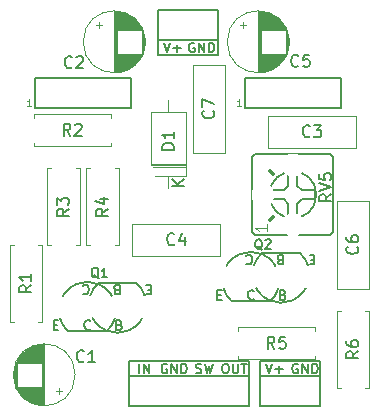
<source format=gbr>
%TF.GenerationSoftware,KiCad,Pcbnew,6.0.0+dfsg1-2*%
%TF.CreationDate,2022-01-11T20:57:40+02:00*%
%TF.ProjectId,cara-de-pelusa,63617261-2d64-4652-9d70-656c7573612e,rev?*%
%TF.SameCoordinates,Original*%
%TF.FileFunction,Legend,Top*%
%TF.FilePolarity,Positive*%
%FSLAX46Y46*%
G04 Gerber Fmt 4.6, Leading zero omitted, Abs format (unit mm)*
G04 Created by KiCad (PCBNEW 6.0.0+dfsg1-2) date 2022-01-11 20:57:40*
%MOMM*%
%LPD*%
G01*
G04 APERTURE LIST*
%ADD10C,0.150000*%
%ADD11C,0.081280*%
%ADD12C,0.100000*%
%ADD13C,0.127000*%
%ADD14C,0.120000*%
%ADD15C,0.152400*%
%ADD16C,0.304800*%
%ADD17R,1.930400X1.930400*%
%ADD18O,1.930400X1.930400*%
%ADD19R,1.600000X1.600000*%
%ADD20C,1.600000*%
%ADD21O,1.600000X1.600000*%
%ADD22O,2.250000X2.250000*%
%ADD23R,2.200000X2.200000*%
%ADD24O,2.200000X2.200000*%
%ADD25R,1.800000X1.800000*%
%ADD26C,1.800000*%
G04 APERTURE END LIST*
D10*
%TO.C,J3*%
X97917095Y-71189904D02*
X98183761Y-71989904D01*
X98450428Y-71189904D01*
X98717095Y-71685142D02*
X99326619Y-71685142D01*
X99021857Y-71989904D02*
X99021857Y-71380380D01*
X100482476Y-71228000D02*
X100406285Y-71189904D01*
X100292000Y-71189904D01*
X100177714Y-71228000D01*
X100101523Y-71304190D01*
X100063428Y-71380380D01*
X100025333Y-71532761D01*
X100025333Y-71647047D01*
X100063428Y-71799428D01*
X100101523Y-71875619D01*
X100177714Y-71951809D01*
X100292000Y-71989904D01*
X100368190Y-71989904D01*
X100482476Y-71951809D01*
X100520571Y-71913714D01*
X100520571Y-71647047D01*
X100368190Y-71647047D01*
X100863428Y-71989904D02*
X100863428Y-71189904D01*
X101320571Y-71989904D01*
X101320571Y-71189904D01*
X101701523Y-71989904D02*
X101701523Y-71189904D01*
X101892000Y-71189904D01*
X102006285Y-71228000D01*
X102082476Y-71304190D01*
X102120571Y-71380380D01*
X102158666Y-71532761D01*
X102158666Y-71647047D01*
X102120571Y-71799428D01*
X102082476Y-71875619D01*
X102006285Y-71951809D01*
X101892000Y-71989904D01*
X101701523Y-71989904D01*
%TO.C,C5*%
X109307333Y-73128142D02*
X109259714Y-73175761D01*
X109116857Y-73223380D01*
X109021619Y-73223380D01*
X108878761Y-73175761D01*
X108783523Y-73080523D01*
X108735904Y-72985285D01*
X108688285Y-72794809D01*
X108688285Y-72651952D01*
X108735904Y-72461476D01*
X108783523Y-72366238D01*
X108878761Y-72271000D01*
X109021619Y-72223380D01*
X109116857Y-72223380D01*
X109259714Y-72271000D01*
X109307333Y-72318619D01*
X110212095Y-72223380D02*
X109735904Y-72223380D01*
X109688285Y-72699571D01*
X109735904Y-72651952D01*
X109831142Y-72604333D01*
X110069238Y-72604333D01*
X110164476Y-72651952D01*
X110212095Y-72699571D01*
X110259714Y-72794809D01*
X110259714Y-73032904D01*
X110212095Y-73128142D01*
X110164476Y-73175761D01*
X110069238Y-73223380D01*
X109831142Y-73223380D01*
X109735904Y-73175761D01*
X109688285Y-73128142D01*
%TO.C,R2*%
X90003333Y-79065380D02*
X89670000Y-78589190D01*
X89431904Y-79065380D02*
X89431904Y-78065380D01*
X89812857Y-78065380D01*
X89908095Y-78113000D01*
X89955714Y-78160619D01*
X90003333Y-78255857D01*
X90003333Y-78398714D01*
X89955714Y-78493952D01*
X89908095Y-78541571D01*
X89812857Y-78589190D01*
X89431904Y-78589190D01*
X90384285Y-78160619D02*
X90431904Y-78113000D01*
X90527142Y-78065380D01*
X90765238Y-78065380D01*
X90860476Y-78113000D01*
X90908095Y-78160619D01*
X90955714Y-78255857D01*
X90955714Y-78351095D01*
X90908095Y-78493952D01*
X90336666Y-79065380D01*
X90955714Y-79065380D01*
%TO.C,R6*%
X114371380Y-97321666D02*
X113895190Y-97655000D01*
X114371380Y-97893095D02*
X113371380Y-97893095D01*
X113371380Y-97512142D01*
X113419000Y-97416904D01*
X113466619Y-97369285D01*
X113561857Y-97321666D01*
X113704714Y-97321666D01*
X113799952Y-97369285D01*
X113847571Y-97416904D01*
X113895190Y-97512142D01*
X113895190Y-97893095D01*
X113371380Y-96464523D02*
X113371380Y-96655000D01*
X113419000Y-96750238D01*
X113466619Y-96797857D01*
X113609476Y-96893095D01*
X113799952Y-96940714D01*
X114180904Y-96940714D01*
X114276142Y-96893095D01*
X114323761Y-96845476D01*
X114371380Y-96750238D01*
X114371380Y-96559761D01*
X114323761Y-96464523D01*
X114276142Y-96416904D01*
X114180904Y-96369285D01*
X113942809Y-96369285D01*
X113847571Y-96416904D01*
X113799952Y-96464523D01*
X113752333Y-96559761D01*
X113752333Y-96750238D01*
X113799952Y-96845476D01*
X113847571Y-96893095D01*
X113942809Y-96940714D01*
%TO.C,R1*%
X86685380Y-91733666D02*
X86209190Y-92067000D01*
X86685380Y-92305095D02*
X85685380Y-92305095D01*
X85685380Y-91924142D01*
X85733000Y-91828904D01*
X85780619Y-91781285D01*
X85875857Y-91733666D01*
X86018714Y-91733666D01*
X86113952Y-91781285D01*
X86161571Y-91828904D01*
X86209190Y-91924142D01*
X86209190Y-92305095D01*
X86685380Y-90781285D02*
X86685380Y-91352714D01*
X86685380Y-91067000D02*
X85685380Y-91067000D01*
X85828238Y-91162238D01*
X85923476Y-91257476D01*
X85971095Y-91352714D01*
%TO.C,R4*%
X93162380Y-85256666D02*
X92686190Y-85590000D01*
X93162380Y-85828095D02*
X92162380Y-85828095D01*
X92162380Y-85447142D01*
X92210000Y-85351904D01*
X92257619Y-85304285D01*
X92352857Y-85256666D01*
X92495714Y-85256666D01*
X92590952Y-85304285D01*
X92638571Y-85351904D01*
X92686190Y-85447142D01*
X92686190Y-85828095D01*
X92495714Y-84399523D02*
X93162380Y-84399523D01*
X92114761Y-84637619D02*
X92829047Y-84875714D01*
X92829047Y-84256666D01*
%TO.C,C6*%
X114276142Y-88471666D02*
X114323761Y-88519285D01*
X114371380Y-88662142D01*
X114371380Y-88757380D01*
X114323761Y-88900238D01*
X114228523Y-88995476D01*
X114133285Y-89043095D01*
X113942809Y-89090714D01*
X113799952Y-89090714D01*
X113609476Y-89043095D01*
X113514238Y-88995476D01*
X113419000Y-88900238D01*
X113371380Y-88757380D01*
X113371380Y-88662142D01*
X113419000Y-88519285D01*
X113466619Y-88471666D01*
X113371380Y-87614523D02*
X113371380Y-87805000D01*
X113419000Y-87900238D01*
X113466619Y-87947857D01*
X113609476Y-88043095D01*
X113799952Y-88090714D01*
X114180904Y-88090714D01*
X114276142Y-88043095D01*
X114323761Y-87995476D01*
X114371380Y-87900238D01*
X114371380Y-87709761D01*
X114323761Y-87614523D01*
X114276142Y-87566904D01*
X114180904Y-87519285D01*
X113942809Y-87519285D01*
X113847571Y-87566904D01*
X113799952Y-87614523D01*
X113752333Y-87709761D01*
X113752333Y-87900238D01*
X113799952Y-87995476D01*
X113847571Y-88043095D01*
X113942809Y-88090714D01*
%TO.C,RV5*%
X112085380Y-84034238D02*
X111609190Y-84367571D01*
X112085380Y-84605666D02*
X111085380Y-84605666D01*
X111085380Y-84224714D01*
X111133000Y-84129476D01*
X111180619Y-84081857D01*
X111275857Y-84034238D01*
X111418714Y-84034238D01*
X111513952Y-84081857D01*
X111561571Y-84129476D01*
X111609190Y-84224714D01*
X111609190Y-84605666D01*
X111085380Y-83748523D02*
X112085380Y-83415190D01*
X111085380Y-83081857D01*
X111085380Y-82272333D02*
X111085380Y-82748523D01*
X111561571Y-82796142D01*
X111513952Y-82748523D01*
X111466333Y-82653285D01*
X111466333Y-82415190D01*
X111513952Y-82319952D01*
X111561571Y-82272333D01*
X111656809Y-82224714D01*
X111894904Y-82224714D01*
X111990142Y-82272333D01*
X112037761Y-82319952D01*
X112085380Y-82415190D01*
X112085380Y-82653285D01*
X112037761Y-82748523D01*
X111990142Y-82796142D01*
D11*
X106634038Y-86587777D02*
X106634038Y-87139320D01*
X106634038Y-86863548D02*
X105668838Y-86863548D01*
X105806723Y-86955472D01*
X105898647Y-87047396D01*
X105944609Y-87139320D01*
D12*
%TO.C,RV1*%
X86688714Y-76552428D02*
X86345857Y-76552428D01*
X86517285Y-76552428D02*
X86517285Y-75952428D01*
X86460142Y-76038142D01*
X86403000Y-76095285D01*
X86345857Y-76123857D01*
D10*
%TO.C,R3*%
X89860380Y-85256666D02*
X89384190Y-85590000D01*
X89860380Y-85828095D02*
X88860380Y-85828095D01*
X88860380Y-85447142D01*
X88908000Y-85351904D01*
X88955619Y-85304285D01*
X89050857Y-85256666D01*
X89193714Y-85256666D01*
X89288952Y-85304285D01*
X89336571Y-85351904D01*
X89384190Y-85447142D01*
X89384190Y-85828095D01*
X88860380Y-84923333D02*
X88860380Y-84304285D01*
X89241333Y-84637619D01*
X89241333Y-84494761D01*
X89288952Y-84399523D01*
X89336571Y-84351904D01*
X89431809Y-84304285D01*
X89669904Y-84304285D01*
X89765142Y-84351904D01*
X89812761Y-84399523D01*
X89860380Y-84494761D01*
X89860380Y-84780476D01*
X89812761Y-84875714D01*
X89765142Y-84923333D01*
%TO.C,C7*%
X102084142Y-76961666D02*
X102131761Y-77009285D01*
X102179380Y-77152142D01*
X102179380Y-77247380D01*
X102131761Y-77390238D01*
X102036523Y-77485476D01*
X101941285Y-77533095D01*
X101750809Y-77580714D01*
X101607952Y-77580714D01*
X101417476Y-77533095D01*
X101322238Y-77485476D01*
X101227000Y-77390238D01*
X101179380Y-77247380D01*
X101179380Y-77152142D01*
X101227000Y-77009285D01*
X101274619Y-76961666D01*
X101179380Y-76628333D02*
X101179380Y-75961666D01*
X102179380Y-76390238D01*
%TO.C,D1*%
X98750380Y-80240095D02*
X97750380Y-80240095D01*
X97750380Y-80002000D01*
X97798000Y-79859142D01*
X97893238Y-79763904D01*
X97988476Y-79716285D01*
X98178952Y-79668666D01*
X98321809Y-79668666D01*
X98512285Y-79716285D01*
X98607523Y-79763904D01*
X98702761Y-79859142D01*
X98750380Y-80002000D01*
X98750380Y-80240095D01*
X98750380Y-78716285D02*
X98750380Y-79287714D01*
X98750380Y-79002000D02*
X97750380Y-79002000D01*
X97893238Y-79097238D01*
X97988476Y-79192476D01*
X98036095Y-79287714D01*
X99639380Y-83319904D02*
X98639380Y-83319904D01*
X99639380Y-82748476D02*
X99067952Y-83177047D01*
X98639380Y-82748476D02*
X99210809Y-83319904D01*
%TO.C,Q2*%
X106231309Y-88722095D02*
X106155119Y-88684000D01*
X106078928Y-88607809D01*
X105964642Y-88493523D01*
X105888452Y-88455428D01*
X105812261Y-88455428D01*
X105850357Y-88645904D02*
X105774166Y-88607809D01*
X105697976Y-88531619D01*
X105659880Y-88379238D01*
X105659880Y-88112571D01*
X105697976Y-87960190D01*
X105774166Y-87884000D01*
X105850357Y-87845904D01*
X106002738Y-87845904D01*
X106078928Y-87884000D01*
X106155119Y-87960190D01*
X106193214Y-88112571D01*
X106193214Y-88379238D01*
X106155119Y-88531619D01*
X106078928Y-88607809D01*
X106002738Y-88645904D01*
X105850357Y-88645904D01*
X106497976Y-87922095D02*
X106536071Y-87884000D01*
X106612261Y-87845904D01*
X106802738Y-87845904D01*
X106878928Y-87884000D01*
X106917023Y-87922095D01*
X106955119Y-87998285D01*
X106955119Y-88074476D01*
X106917023Y-88188761D01*
X106459880Y-88645904D01*
X106955119Y-88645904D01*
X102444571Y-92525857D02*
X102711238Y-92525857D01*
X102825523Y-92944904D02*
X102444571Y-92944904D01*
X102444571Y-92144904D01*
X102825523Y-92144904D01*
X110661428Y-89592142D02*
X110394761Y-89592142D01*
X110280476Y-89173095D02*
X110661428Y-89173095D01*
X110661428Y-89973095D01*
X110280476Y-89973095D01*
X108007142Y-92525857D02*
X108121428Y-92563952D01*
X108159523Y-92602047D01*
X108197619Y-92678238D01*
X108197619Y-92792523D01*
X108159523Y-92868714D01*
X108121428Y-92906809D01*
X108045238Y-92944904D01*
X107740476Y-92944904D01*
X107740476Y-92144904D01*
X108007142Y-92144904D01*
X108083333Y-92183000D01*
X108121428Y-92221095D01*
X108159523Y-92297285D01*
X108159523Y-92373476D01*
X108121428Y-92449666D01*
X108083333Y-92487761D01*
X108007142Y-92525857D01*
X107740476Y-92525857D01*
X104908380Y-89249285D02*
X104946476Y-89211190D01*
X105060761Y-89173095D01*
X105136952Y-89173095D01*
X105251238Y-89211190D01*
X105327428Y-89287380D01*
X105365523Y-89363571D01*
X105403619Y-89515952D01*
X105403619Y-89630238D01*
X105365523Y-89782619D01*
X105327428Y-89858809D01*
X105251238Y-89935000D01*
X105136952Y-89973095D01*
X105060761Y-89973095D01*
X104946476Y-89935000D01*
X104908380Y-89896904D01*
X107765857Y-89592142D02*
X107651571Y-89554047D01*
X107613476Y-89515952D01*
X107575380Y-89439761D01*
X107575380Y-89325476D01*
X107613476Y-89249285D01*
X107651571Y-89211190D01*
X107727761Y-89173095D01*
X108032523Y-89173095D01*
X108032523Y-89973095D01*
X107765857Y-89973095D01*
X107689666Y-89935000D01*
X107651571Y-89896904D01*
X107613476Y-89820714D01*
X107613476Y-89744523D01*
X107651571Y-89668333D01*
X107689666Y-89630238D01*
X107765857Y-89592142D01*
X108032523Y-89592142D01*
X105530619Y-92868714D02*
X105492523Y-92906809D01*
X105378238Y-92944904D01*
X105302047Y-92944904D01*
X105187761Y-92906809D01*
X105111571Y-92830619D01*
X105073476Y-92754428D01*
X105035380Y-92602047D01*
X105035380Y-92487761D01*
X105073476Y-92335380D01*
X105111571Y-92259190D01*
X105187761Y-92183000D01*
X105302047Y-92144904D01*
X105378238Y-92144904D01*
X105492523Y-92183000D01*
X105530619Y-92221095D01*
%TO.C,C1*%
X91146333Y-98147142D02*
X91098714Y-98194761D01*
X90955857Y-98242380D01*
X90860619Y-98242380D01*
X90717761Y-98194761D01*
X90622523Y-98099523D01*
X90574904Y-98004285D01*
X90527285Y-97813809D01*
X90527285Y-97670952D01*
X90574904Y-97480476D01*
X90622523Y-97385238D01*
X90717761Y-97290000D01*
X90860619Y-97242380D01*
X90955857Y-97242380D01*
X91098714Y-97290000D01*
X91146333Y-97337619D01*
X92098714Y-98242380D02*
X91527285Y-98242380D01*
X91813000Y-98242380D02*
X91813000Y-97242380D01*
X91717761Y-97385238D01*
X91622523Y-97480476D01*
X91527285Y-97528095D01*
%TO.C,J2*%
X103062500Y-98367904D02*
X103214880Y-98367904D01*
X103291071Y-98406000D01*
X103367261Y-98482190D01*
X103405357Y-98634571D01*
X103405357Y-98901238D01*
X103367261Y-99053619D01*
X103291071Y-99129809D01*
X103214880Y-99167904D01*
X103062500Y-99167904D01*
X102986309Y-99129809D01*
X102910119Y-99053619D01*
X102872023Y-98901238D01*
X102872023Y-98634571D01*
X102910119Y-98482190D01*
X102986309Y-98406000D01*
X103062500Y-98367904D01*
X103748214Y-98367904D02*
X103748214Y-99015523D01*
X103786309Y-99091714D01*
X103824404Y-99129809D01*
X103900595Y-99167904D01*
X104052976Y-99167904D01*
X104129166Y-99129809D01*
X104167261Y-99091714D01*
X104205357Y-99015523D01*
X104205357Y-98367904D01*
X104472023Y-98367904D02*
X104929166Y-98367904D01*
X104700595Y-99167904D02*
X104700595Y-98367904D01*
X100636785Y-99129809D02*
X100751071Y-99167904D01*
X100941547Y-99167904D01*
X101017738Y-99129809D01*
X101055833Y-99091714D01*
X101093928Y-99015523D01*
X101093928Y-98939333D01*
X101055833Y-98863142D01*
X101017738Y-98825047D01*
X100941547Y-98786952D01*
X100789166Y-98748857D01*
X100712976Y-98710761D01*
X100674880Y-98672666D01*
X100636785Y-98596476D01*
X100636785Y-98520285D01*
X100674880Y-98444095D01*
X100712976Y-98406000D01*
X100789166Y-98367904D01*
X100979642Y-98367904D01*
X101093928Y-98406000D01*
X101360595Y-98367904D02*
X101551071Y-99167904D01*
X101703452Y-98596476D01*
X101855833Y-99167904D01*
X102046309Y-98367904D01*
X95823452Y-99167904D02*
X95823452Y-98367904D01*
X96204404Y-99167904D02*
X96204404Y-98367904D01*
X96661547Y-99167904D01*
X96661547Y-98367904D01*
X98172976Y-98406000D02*
X98096785Y-98367904D01*
X97982500Y-98367904D01*
X97868214Y-98406000D01*
X97792023Y-98482190D01*
X97753928Y-98558380D01*
X97715833Y-98710761D01*
X97715833Y-98825047D01*
X97753928Y-98977428D01*
X97792023Y-99053619D01*
X97868214Y-99129809D01*
X97982500Y-99167904D01*
X98058690Y-99167904D01*
X98172976Y-99129809D01*
X98211071Y-99091714D01*
X98211071Y-98825047D01*
X98058690Y-98825047D01*
X98553928Y-99167904D02*
X98553928Y-98367904D01*
X99011071Y-99167904D01*
X99011071Y-98367904D01*
X99392023Y-99167904D02*
X99392023Y-98367904D01*
X99582500Y-98367904D01*
X99696785Y-98406000D01*
X99772976Y-98482190D01*
X99811071Y-98558380D01*
X99849166Y-98710761D01*
X99849166Y-98825047D01*
X99811071Y-98977428D01*
X99772976Y-99053619D01*
X99696785Y-99129809D01*
X99582500Y-99167904D01*
X99392023Y-99167904D01*
%TO.C,C3*%
X110283333Y-79097142D02*
X110235714Y-79144761D01*
X110092857Y-79192380D01*
X109997619Y-79192380D01*
X109854761Y-79144761D01*
X109759523Y-79049523D01*
X109711904Y-78954285D01*
X109664285Y-78763809D01*
X109664285Y-78620952D01*
X109711904Y-78430476D01*
X109759523Y-78335238D01*
X109854761Y-78240000D01*
X109997619Y-78192380D01*
X110092857Y-78192380D01*
X110235714Y-78240000D01*
X110283333Y-78287619D01*
X110616666Y-78192380D02*
X111235714Y-78192380D01*
X110902380Y-78573333D01*
X111045238Y-78573333D01*
X111140476Y-78620952D01*
X111188095Y-78668571D01*
X111235714Y-78763809D01*
X111235714Y-79001904D01*
X111188095Y-79097142D01*
X111140476Y-79144761D01*
X111045238Y-79192380D01*
X110759523Y-79192380D01*
X110664285Y-79144761D01*
X110616666Y-79097142D01*
%TO.C,C2*%
X90130333Y-73255142D02*
X90082714Y-73302761D01*
X89939857Y-73350380D01*
X89844619Y-73350380D01*
X89701761Y-73302761D01*
X89606523Y-73207523D01*
X89558904Y-73112285D01*
X89511285Y-72921809D01*
X89511285Y-72778952D01*
X89558904Y-72588476D01*
X89606523Y-72493238D01*
X89701761Y-72398000D01*
X89844619Y-72350380D01*
X89939857Y-72350380D01*
X90082714Y-72398000D01*
X90130333Y-72445619D01*
X90511285Y-72445619D02*
X90558904Y-72398000D01*
X90654142Y-72350380D01*
X90892238Y-72350380D01*
X90987476Y-72398000D01*
X91035095Y-72445619D01*
X91082714Y-72540857D01*
X91082714Y-72636095D01*
X91035095Y-72778952D01*
X90463666Y-73350380D01*
X91082714Y-73350380D01*
%TO.C,Q1*%
X92388309Y-91135095D02*
X92312119Y-91097000D01*
X92235928Y-91020809D01*
X92121642Y-90906523D01*
X92045452Y-90868428D01*
X91969261Y-90868428D01*
X92007357Y-91058904D02*
X91931166Y-91020809D01*
X91854976Y-90944619D01*
X91816880Y-90792238D01*
X91816880Y-90525571D01*
X91854976Y-90373190D01*
X91931166Y-90297000D01*
X92007357Y-90258904D01*
X92159738Y-90258904D01*
X92235928Y-90297000D01*
X92312119Y-90373190D01*
X92350214Y-90525571D01*
X92350214Y-90792238D01*
X92312119Y-90944619D01*
X92235928Y-91020809D01*
X92159738Y-91058904D01*
X92007357Y-91058904D01*
X93112119Y-91058904D02*
X92654976Y-91058904D01*
X92883547Y-91058904D02*
X92883547Y-90258904D01*
X92807357Y-90373190D01*
X92731166Y-90449380D01*
X92654976Y-90487476D01*
X91687619Y-95408714D02*
X91649523Y-95446809D01*
X91535238Y-95484904D01*
X91459047Y-95484904D01*
X91344761Y-95446809D01*
X91268571Y-95370619D01*
X91230476Y-95294428D01*
X91192380Y-95142047D01*
X91192380Y-95027761D01*
X91230476Y-94875380D01*
X91268571Y-94799190D01*
X91344761Y-94723000D01*
X91459047Y-94684904D01*
X91535238Y-94684904D01*
X91649523Y-94723000D01*
X91687619Y-94761095D01*
X88601571Y-95065857D02*
X88868238Y-95065857D01*
X88982523Y-95484904D02*
X88601571Y-95484904D01*
X88601571Y-94684904D01*
X88982523Y-94684904D01*
X96818428Y-92132142D02*
X96551761Y-92132142D01*
X96437476Y-91713095D02*
X96818428Y-91713095D01*
X96818428Y-92513095D01*
X96437476Y-92513095D01*
X91065380Y-91789285D02*
X91103476Y-91751190D01*
X91217761Y-91713095D01*
X91293952Y-91713095D01*
X91408238Y-91751190D01*
X91484428Y-91827380D01*
X91522523Y-91903571D01*
X91560619Y-92055952D01*
X91560619Y-92170238D01*
X91522523Y-92322619D01*
X91484428Y-92398809D01*
X91408238Y-92475000D01*
X91293952Y-92513095D01*
X91217761Y-92513095D01*
X91103476Y-92475000D01*
X91065380Y-92436904D01*
X94164142Y-95065857D02*
X94278428Y-95103952D01*
X94316523Y-95142047D01*
X94354619Y-95218238D01*
X94354619Y-95332523D01*
X94316523Y-95408714D01*
X94278428Y-95446809D01*
X94202238Y-95484904D01*
X93897476Y-95484904D01*
X93897476Y-94684904D01*
X94164142Y-94684904D01*
X94240333Y-94723000D01*
X94278428Y-94761095D01*
X94316523Y-94837285D01*
X94316523Y-94913476D01*
X94278428Y-94989666D01*
X94240333Y-95027761D01*
X94164142Y-95065857D01*
X93897476Y-95065857D01*
X93922857Y-92132142D02*
X93808571Y-92094047D01*
X93770476Y-92055952D01*
X93732380Y-91979761D01*
X93732380Y-91865476D01*
X93770476Y-91789285D01*
X93808571Y-91751190D01*
X93884761Y-91713095D01*
X94189523Y-91713095D01*
X94189523Y-92513095D01*
X93922857Y-92513095D01*
X93846666Y-92475000D01*
X93808571Y-92436904D01*
X93770476Y-92360714D01*
X93770476Y-92284523D01*
X93808571Y-92208333D01*
X93846666Y-92170238D01*
X93922857Y-92132142D01*
X94189523Y-92132142D01*
%TO.C,C4*%
X98806333Y-88241142D02*
X98758714Y-88288761D01*
X98615857Y-88336380D01*
X98520619Y-88336380D01*
X98377761Y-88288761D01*
X98282523Y-88193523D01*
X98234904Y-88098285D01*
X98187285Y-87907809D01*
X98187285Y-87764952D01*
X98234904Y-87574476D01*
X98282523Y-87479238D01*
X98377761Y-87384000D01*
X98520619Y-87336380D01*
X98615857Y-87336380D01*
X98758714Y-87384000D01*
X98806333Y-87431619D01*
X99663476Y-87669714D02*
X99663476Y-88336380D01*
X99425380Y-87288761D02*
X99187285Y-88003047D01*
X99806333Y-88003047D01*
%TO.C,J1*%
X106553095Y-98367904D02*
X106819761Y-99167904D01*
X107086428Y-98367904D01*
X107353095Y-98863142D02*
X107962619Y-98863142D01*
X107657857Y-99167904D02*
X107657857Y-98558380D01*
X109245476Y-98406000D02*
X109169285Y-98367904D01*
X109055000Y-98367904D01*
X108940714Y-98406000D01*
X108864523Y-98482190D01*
X108826428Y-98558380D01*
X108788333Y-98710761D01*
X108788333Y-98825047D01*
X108826428Y-98977428D01*
X108864523Y-99053619D01*
X108940714Y-99129809D01*
X109055000Y-99167904D01*
X109131190Y-99167904D01*
X109245476Y-99129809D01*
X109283571Y-99091714D01*
X109283571Y-98825047D01*
X109131190Y-98825047D01*
X109626428Y-99167904D02*
X109626428Y-98367904D01*
X110083571Y-99167904D01*
X110083571Y-98367904D01*
X110464523Y-99167904D02*
X110464523Y-98367904D01*
X110655000Y-98367904D01*
X110769285Y-98406000D01*
X110845476Y-98482190D01*
X110883571Y-98558380D01*
X110921666Y-98710761D01*
X110921666Y-98825047D01*
X110883571Y-98977428D01*
X110845476Y-99053619D01*
X110769285Y-99129809D01*
X110655000Y-99167904D01*
X110464523Y-99167904D01*
%TO.C,R5*%
X107275333Y-97099380D02*
X106942000Y-96623190D01*
X106703904Y-97099380D02*
X106703904Y-96099380D01*
X107084857Y-96099380D01*
X107180095Y-96147000D01*
X107227714Y-96194619D01*
X107275333Y-96289857D01*
X107275333Y-96432714D01*
X107227714Y-96527952D01*
X107180095Y-96575571D01*
X107084857Y-96623190D01*
X106703904Y-96623190D01*
X108180095Y-96099380D02*
X107703904Y-96099380D01*
X107656285Y-96575571D01*
X107703904Y-96527952D01*
X107799142Y-96480333D01*
X108037238Y-96480333D01*
X108132476Y-96527952D01*
X108180095Y-96575571D01*
X108227714Y-96670809D01*
X108227714Y-96908904D01*
X108180095Y-97004142D01*
X108132476Y-97051761D01*
X108037238Y-97099380D01*
X107799142Y-97099380D01*
X107703904Y-97051761D01*
X107656285Y-97004142D01*
D12*
%TO.C,RV4*%
X104468714Y-76552428D02*
X104125857Y-76552428D01*
X104297285Y-76552428D02*
X104297285Y-75952428D01*
X104240142Y-76038142D01*
X104183000Y-76095285D01*
X104125857Y-76123857D01*
D13*
%TO.C,J3*%
X97409000Y-70993000D02*
X97409000Y-68453000D01*
X97409000Y-72263000D02*
X97409000Y-70993000D01*
X102489000Y-72263000D02*
X97409000Y-72263000D01*
X97409000Y-68453000D02*
X102489000Y-68453000D01*
X102489000Y-70993000D02*
X97409000Y-70993000D01*
X102489000Y-72263000D02*
X102489000Y-70993000D01*
X102489000Y-70993000D02*
X102489000Y-68453000D01*
D14*
%TO.C,C5*%
X107779000Y-69335000D02*
X107779000Y-70080000D01*
X107459000Y-72160000D02*
X107459000Y-73185000D01*
X106298000Y-68570000D02*
X106298000Y-70080000D01*
X107019000Y-68791000D02*
X107019000Y-70080000D01*
X107419000Y-72160000D02*
X107419000Y-73215000D01*
X107699000Y-72160000D02*
X107699000Y-72984000D01*
X107139000Y-72160000D02*
X107139000Y-73388000D01*
X106939000Y-68755000D02*
X106939000Y-70080000D01*
X106458000Y-68600000D02*
X106458000Y-70080000D01*
X106578000Y-72160000D02*
X106578000Y-73611000D01*
X107379000Y-68998000D02*
X107379000Y-70080000D01*
X107779000Y-72160000D02*
X107779000Y-72905000D01*
X108179000Y-69869000D02*
X108179000Y-70080000D01*
X107179000Y-72160000D02*
X107179000Y-73367000D01*
X106058000Y-68544000D02*
X106058000Y-73696000D01*
X108099000Y-72160000D02*
X108099000Y-72503000D01*
X106619000Y-68640000D02*
X106619000Y-70080000D01*
X106538000Y-72160000D02*
X106538000Y-73621000D01*
X106819000Y-68706000D02*
X106819000Y-70080000D01*
X107019000Y-72160000D02*
X107019000Y-73449000D01*
X107619000Y-69183000D02*
X107619000Y-70080000D01*
X108339000Y-70205000D02*
X108339000Y-72035000D01*
X106979000Y-68772000D02*
X106979000Y-70080000D01*
X106178000Y-72160000D02*
X106178000Y-73685000D01*
X107939000Y-69515000D02*
X107939000Y-70080000D01*
X108419000Y-70443000D02*
X108419000Y-71797000D01*
X107539000Y-72160000D02*
X107539000Y-73124000D01*
X107419000Y-69025000D02*
X107419000Y-70080000D01*
X108379000Y-70315000D02*
X108379000Y-71925000D01*
X106018000Y-68542000D02*
X106018000Y-73698000D01*
X106699000Y-72160000D02*
X106699000Y-73575000D01*
X106659000Y-72160000D02*
X106659000Y-73588000D01*
X106899000Y-68738000D02*
X106899000Y-70080000D01*
X106178000Y-68555000D02*
X106178000Y-70080000D01*
X107659000Y-72160000D02*
X107659000Y-73021000D01*
X106979000Y-72160000D02*
X106979000Y-73468000D01*
X105898000Y-68540000D02*
X105898000Y-73700000D01*
X107219000Y-68896000D02*
X107219000Y-70080000D01*
X105978000Y-68541000D02*
X105978000Y-73699000D01*
X107979000Y-69566000D02*
X107979000Y-70080000D01*
X107579000Y-72160000D02*
X107579000Y-73091000D01*
X106418000Y-72160000D02*
X106418000Y-73648000D01*
X108099000Y-69737000D02*
X108099000Y-70080000D01*
X106538000Y-68619000D02*
X106538000Y-70080000D01*
X107379000Y-72160000D02*
X107379000Y-73242000D01*
X107579000Y-69149000D02*
X107579000Y-70080000D01*
X107899000Y-72160000D02*
X107899000Y-72773000D01*
X108059000Y-69677000D02*
X108059000Y-70080000D01*
X106338000Y-72160000D02*
X106338000Y-73663000D01*
X106338000Y-68577000D02*
X106338000Y-70080000D01*
X107539000Y-69116000D02*
X107539000Y-70080000D01*
X106779000Y-72160000D02*
X106779000Y-73548000D01*
X106498000Y-72160000D02*
X106498000Y-73631000D01*
X106699000Y-68665000D02*
X106699000Y-70080000D01*
X107179000Y-68873000D02*
X107179000Y-70080000D01*
X107059000Y-68810000D02*
X107059000Y-70080000D01*
X108059000Y-72160000D02*
X108059000Y-72563000D01*
X106258000Y-68564000D02*
X106258000Y-70080000D01*
X106298000Y-72160000D02*
X106298000Y-73670000D01*
X107739000Y-69294000D02*
X107739000Y-70080000D01*
X106739000Y-68678000D02*
X106739000Y-70080000D01*
X104398000Y-69723000D02*
X104898000Y-69723000D01*
X106458000Y-72160000D02*
X106458000Y-73640000D01*
X106779000Y-68692000D02*
X106779000Y-70080000D01*
X108299000Y-70109000D02*
X108299000Y-72131000D01*
X107939000Y-72160000D02*
X107939000Y-72725000D01*
X106859000Y-72160000D02*
X106859000Y-73518000D01*
X106578000Y-68629000D02*
X106578000Y-70080000D01*
X106418000Y-68592000D02*
X106418000Y-70080000D01*
X108139000Y-69801000D02*
X108139000Y-70080000D01*
X106218000Y-68559000D02*
X106218000Y-70080000D01*
X107219000Y-72160000D02*
X107219000Y-73344000D01*
X108019000Y-72160000D02*
X108019000Y-72620000D01*
X107659000Y-69219000D02*
X107659000Y-70080000D01*
X107459000Y-69055000D02*
X107459000Y-70080000D01*
X106939000Y-72160000D02*
X106939000Y-73485000D01*
X107299000Y-68945000D02*
X107299000Y-70080000D01*
X107619000Y-72160000D02*
X107619000Y-73057000D01*
X106619000Y-72160000D02*
X106619000Y-73600000D01*
X106138000Y-72160000D02*
X106138000Y-73689000D01*
X107859000Y-72160000D02*
X107859000Y-72819000D01*
X106498000Y-68609000D02*
X106498000Y-70080000D01*
X107979000Y-72160000D02*
X107979000Y-72674000D01*
X105938000Y-68540000D02*
X105938000Y-73700000D01*
X108019000Y-69620000D02*
X108019000Y-70080000D01*
X107259000Y-68920000D02*
X107259000Y-70080000D01*
X107699000Y-69256000D02*
X107699000Y-70080000D01*
X107739000Y-72160000D02*
X107739000Y-72946000D01*
X107339000Y-72160000D02*
X107339000Y-73269000D01*
X106819000Y-72160000D02*
X106819000Y-73534000D01*
X107339000Y-68971000D02*
X107339000Y-70080000D01*
X106138000Y-68551000D02*
X106138000Y-70080000D01*
X107059000Y-72160000D02*
X107059000Y-73430000D01*
X107499000Y-69085000D02*
X107499000Y-70080000D01*
X106098000Y-68547000D02*
X106098000Y-73693000D01*
X108259000Y-70022000D02*
X108259000Y-72218000D01*
X107819000Y-72160000D02*
X107819000Y-72863000D01*
X106659000Y-68652000D02*
X106659000Y-70080000D01*
X107819000Y-69377000D02*
X107819000Y-70080000D01*
X106218000Y-72160000D02*
X106218000Y-73681000D01*
X106378000Y-72160000D02*
X106378000Y-73656000D01*
X104648000Y-69473000D02*
X104648000Y-69973000D01*
X106859000Y-68722000D02*
X106859000Y-70080000D01*
X108219000Y-69942000D02*
X108219000Y-72298000D01*
X107139000Y-68852000D02*
X107139000Y-70080000D01*
X107299000Y-72160000D02*
X107299000Y-73295000D01*
X107099000Y-72160000D02*
X107099000Y-73410000D01*
X107499000Y-72160000D02*
X107499000Y-73155000D01*
X107259000Y-72160000D02*
X107259000Y-73320000D01*
X108139000Y-72160000D02*
X108139000Y-72439000D01*
X108179000Y-72160000D02*
X108179000Y-72371000D01*
X107099000Y-68830000D02*
X107099000Y-70080000D01*
X106378000Y-68584000D02*
X106378000Y-70080000D01*
X107899000Y-69467000D02*
X107899000Y-70080000D01*
X108499000Y-70836000D02*
X108499000Y-71404000D01*
X106899000Y-72160000D02*
X106899000Y-73502000D01*
X107859000Y-69421000D02*
X107859000Y-70080000D01*
X108459000Y-70602000D02*
X108459000Y-71638000D01*
X106258000Y-72160000D02*
X106258000Y-73676000D01*
X106739000Y-72160000D02*
X106739000Y-73562000D01*
X108518000Y-71120000D02*
G75*
G03*
X108518000Y-71120000I-2620000J0D01*
G01*
%TO.C,R2*%
X86900000Y-79983000D02*
X86900000Y-79653000D01*
X93440000Y-79653000D02*
X93440000Y-79983000D01*
X93440000Y-79983000D02*
X86900000Y-79983000D01*
X86900000Y-77243000D02*
X86900000Y-77573000D01*
X93440000Y-77243000D02*
X86900000Y-77243000D01*
X93440000Y-77573000D02*
X93440000Y-77243000D01*
%TO.C,R6*%
X115289000Y-93885000D02*
X115289000Y-100425000D01*
X112549000Y-93885000D02*
X112549000Y-100425000D01*
X112549000Y-100425000D02*
X112879000Y-100425000D01*
X115289000Y-100425000D02*
X114959000Y-100425000D01*
X114959000Y-93885000D02*
X115289000Y-93885000D01*
X112879000Y-93885000D02*
X112549000Y-93885000D01*
%TO.C,R1*%
X87603000Y-88297000D02*
X87273000Y-88297000D01*
X84863000Y-94837000D02*
X84863000Y-88297000D01*
X85193000Y-94837000D02*
X84863000Y-94837000D01*
X87273000Y-94837000D02*
X87603000Y-94837000D01*
X87603000Y-94837000D02*
X87603000Y-88297000D01*
X84863000Y-88297000D02*
X85193000Y-88297000D01*
%TO.C,R4*%
X91340000Y-88360000D02*
X91670000Y-88360000D01*
X94080000Y-81820000D02*
X94080000Y-88360000D01*
X91340000Y-81820000D02*
X91340000Y-88360000D01*
X93750000Y-81820000D02*
X94080000Y-81820000D01*
X94080000Y-88360000D02*
X93750000Y-88360000D01*
X91670000Y-81820000D02*
X91340000Y-81820000D01*
%TO.C,C6*%
X115289000Y-92025000D02*
X115289000Y-84585000D01*
X112549000Y-84585000D02*
X115289000Y-84585000D01*
X112549000Y-92025000D02*
X112549000Y-84585000D01*
X112549000Y-92025000D02*
X115289000Y-92025000D01*
D15*
%TO.C,RV5*%
X108458000Y-85979000D02*
X109220000Y-85979000D01*
X105410000Y-87249000D02*
X105664000Y-87503000D01*
X110744000Y-83693000D02*
X109601000Y-83693000D01*
D16*
X107188000Y-82296000D02*
X106934000Y-82042000D01*
D15*
X112268000Y-80899000D02*
X112014000Y-80645000D01*
X105410000Y-80899000D02*
X105664000Y-80645000D01*
X108458000Y-83312000D02*
X108077000Y-83693000D01*
X108077000Y-84455000D02*
X108458000Y-84836000D01*
D16*
X107188000Y-85979000D02*
X106934000Y-86233000D01*
D15*
X105410000Y-80899000D02*
X105410000Y-87249000D01*
X106934000Y-83693000D02*
X106934000Y-84455000D01*
X108077000Y-83693000D02*
X106934000Y-83693000D01*
X109601000Y-83693000D02*
X109220000Y-83312000D01*
X109220000Y-82169000D02*
X108458000Y-82169000D01*
X109601000Y-84455000D02*
X110744000Y-84455000D01*
X112268000Y-87249000D02*
X112268000Y-80899000D01*
X108458000Y-82169000D02*
X108458000Y-83312000D01*
X112014000Y-80645000D02*
X105664000Y-80645000D01*
X106934000Y-84455000D02*
X108077000Y-84455000D01*
X110744000Y-84455000D02*
X110744000Y-83693000D01*
X109220000Y-85979000D02*
X109220000Y-84836000D01*
X112268000Y-87249000D02*
X112014000Y-87503000D01*
X109220000Y-83312000D02*
X109220000Y-82169000D01*
X108458000Y-84836000D02*
X108458000Y-85979000D01*
X109601000Y-84455000D02*
X109220000Y-84836000D01*
X105664000Y-87503000D02*
X112014000Y-87503000D01*
D13*
X110810500Y-84074000D02*
G75*
G03*
X110810500Y-84074000I-1971500J0D01*
G01*
%TO.C,RV1*%
X95123000Y-74168000D02*
X86995000Y-74168000D01*
X86995000Y-74168000D02*
X86995000Y-76708000D01*
X95123000Y-76708000D02*
X95123000Y-74168000D01*
X86995000Y-76708000D02*
X95123000Y-76708000D01*
D14*
%TO.C,R3*%
X88038000Y-81820000D02*
X88038000Y-88360000D01*
X90778000Y-81820000D02*
X90778000Y-88360000D01*
X88038000Y-88360000D02*
X88368000Y-88360000D01*
X90778000Y-88360000D02*
X90448000Y-88360000D01*
X88368000Y-81820000D02*
X88038000Y-81820000D01*
X90448000Y-81820000D02*
X90778000Y-81820000D01*
%TO.C,C7*%
X103097000Y-73075000D02*
X103097000Y-80515000D01*
X103097000Y-80515000D02*
X100357000Y-80515000D01*
X100357000Y-73075000D02*
X100357000Y-80515000D01*
X103097000Y-73075000D02*
X100357000Y-73075000D01*
%TO.C,D1*%
X98298000Y-76016000D02*
X98298000Y-77036000D01*
X96828000Y-82476000D02*
X99768000Y-82476000D01*
X96828000Y-81696000D02*
X99768000Y-81696000D01*
X99768000Y-82476000D02*
X99768000Y-77036000D01*
X96828000Y-81576000D02*
X99768000Y-81576000D01*
X99768000Y-77036000D02*
X96828000Y-77036000D01*
X96828000Y-81456000D02*
X99768000Y-81456000D01*
X98298000Y-83496000D02*
X98298000Y-82476000D01*
X96828000Y-77036000D02*
X96828000Y-82476000D01*
D15*
%TO.C,Q2*%
X103651700Y-93091017D02*
X106913700Y-93091017D01*
X109454300Y-89026983D02*
X106192300Y-89026983D01*
X106251900Y-89103217D02*
G75*
G03*
X104313500Y-89103217I-969200J-2209800D01*
G01*
X106192299Y-89026982D02*
G75*
G03*
X106854400Y-93014783I1631301J-1778018D01*
G01*
X106913701Y-93091018D02*
G75*
G03*
X106251600Y-89103217I-1631301J1778018D01*
G01*
X106854100Y-93014783D02*
G75*
G03*
X108792500Y-93014783I969200J2209800D01*
G01*
X108792199Y-93014782D02*
G75*
G03*
X109454300Y-89026983I-969199J2209782D01*
G01*
X104313801Y-89103218D02*
G75*
G03*
X103651700Y-93091017I969199J-2209782D01*
G01*
D14*
%TO.C,C1*%
X87697000Y-101893000D02*
X87697000Y-96735000D01*
X87257000Y-101842000D02*
X87257000Y-100354000D01*
X85736000Y-98274000D02*
X85736000Y-97709000D01*
X85216000Y-99832000D02*
X85216000Y-98796000D01*
X86216000Y-101379000D02*
X86216000Y-100354000D01*
X87617000Y-101890000D02*
X87617000Y-96738000D01*
X85456000Y-100492000D02*
X85456000Y-98136000D01*
X86256000Y-101409000D02*
X86256000Y-100354000D01*
X86696000Y-101662000D02*
X86696000Y-100354000D01*
X86216000Y-98274000D02*
X86216000Y-97249000D01*
X85656000Y-100814000D02*
X85656000Y-100354000D01*
X86496000Y-101561000D02*
X86496000Y-100354000D01*
X86336000Y-101463000D02*
X86336000Y-100354000D01*
X86256000Y-98274000D02*
X86256000Y-97219000D01*
X87497000Y-101879000D02*
X87497000Y-100354000D01*
X86656000Y-101643000D02*
X86656000Y-100354000D01*
X87097000Y-98274000D02*
X87097000Y-96823000D01*
X89027000Y-100961000D02*
X89027000Y-100461000D01*
X87737000Y-101894000D02*
X87737000Y-96734000D01*
X87577000Y-101887000D02*
X87577000Y-96741000D01*
X85896000Y-101099000D02*
X85896000Y-100354000D01*
X87137000Y-98274000D02*
X87137000Y-96813000D01*
X87177000Y-98274000D02*
X87177000Y-96803000D01*
X86136000Y-98274000D02*
X86136000Y-97310000D01*
X87497000Y-98274000D02*
X87497000Y-96749000D01*
X86416000Y-101514000D02*
X86416000Y-100354000D01*
X86776000Y-98274000D02*
X86776000Y-96932000D01*
X86536000Y-101582000D02*
X86536000Y-100354000D01*
X85696000Y-100868000D02*
X85696000Y-100354000D01*
X86376000Y-98274000D02*
X86376000Y-97139000D01*
X85816000Y-98274000D02*
X85816000Y-97615000D01*
X85856000Y-101057000D02*
X85856000Y-100354000D01*
X86816000Y-98274000D02*
X86816000Y-96916000D01*
X85576000Y-100697000D02*
X85576000Y-100354000D01*
X87417000Y-98274000D02*
X87417000Y-96758000D01*
X87177000Y-101825000D02*
X87177000Y-100354000D01*
X86936000Y-101756000D02*
X86936000Y-100354000D01*
X86136000Y-101318000D02*
X86136000Y-100354000D01*
X87657000Y-101892000D02*
X87657000Y-96736000D01*
X86456000Y-101538000D02*
X86456000Y-100354000D01*
X86576000Y-98274000D02*
X86576000Y-97024000D01*
X85616000Y-98274000D02*
X85616000Y-97871000D01*
X87537000Y-98274000D02*
X87537000Y-96745000D01*
X85776000Y-98274000D02*
X85776000Y-97661000D01*
X86696000Y-98274000D02*
X86696000Y-96966000D01*
X85176000Y-99598000D02*
X85176000Y-99030000D01*
X86536000Y-98274000D02*
X86536000Y-97046000D01*
X85936000Y-101140000D02*
X85936000Y-100354000D01*
X85976000Y-101178000D02*
X85976000Y-100354000D01*
X87016000Y-101782000D02*
X87016000Y-100354000D01*
X86816000Y-101712000D02*
X86816000Y-100354000D01*
X85256000Y-99991000D02*
X85256000Y-98637000D01*
X85336000Y-100229000D02*
X85336000Y-98399000D01*
X86856000Y-98274000D02*
X86856000Y-96900000D01*
X85496000Y-98274000D02*
X85496000Y-98063000D01*
X86976000Y-98274000D02*
X86976000Y-96859000D01*
X85976000Y-98274000D02*
X85976000Y-97450000D01*
X86056000Y-98274000D02*
X86056000Y-97377000D01*
X85616000Y-100757000D02*
X85616000Y-100354000D01*
X86736000Y-101679000D02*
X86736000Y-100354000D01*
X86936000Y-98274000D02*
X86936000Y-96872000D01*
X86976000Y-101769000D02*
X86976000Y-100354000D01*
X87297000Y-98274000D02*
X87297000Y-96778000D01*
X86376000Y-101489000D02*
X86376000Y-100354000D01*
X87097000Y-101805000D02*
X87097000Y-100354000D01*
X86096000Y-98274000D02*
X86096000Y-97343000D01*
X85376000Y-100325000D02*
X85376000Y-98303000D01*
X86736000Y-98274000D02*
X86736000Y-96949000D01*
X86576000Y-101604000D02*
X86576000Y-100354000D01*
X87257000Y-98274000D02*
X87257000Y-96786000D01*
X86336000Y-98274000D02*
X86336000Y-97165000D01*
X85416000Y-100412000D02*
X85416000Y-98216000D01*
X86056000Y-101251000D02*
X86056000Y-100354000D01*
X86016000Y-98274000D02*
X86016000Y-97413000D01*
X86176000Y-101349000D02*
X86176000Y-100354000D01*
X86296000Y-101436000D02*
X86296000Y-100354000D01*
X86616000Y-98274000D02*
X86616000Y-97004000D01*
X85496000Y-100565000D02*
X85496000Y-100354000D01*
X85576000Y-98274000D02*
X85576000Y-97931000D01*
X86456000Y-98274000D02*
X86456000Y-97090000D01*
X86896000Y-101742000D02*
X86896000Y-100354000D01*
X85656000Y-98274000D02*
X85656000Y-97814000D01*
X87016000Y-98274000D02*
X87016000Y-96846000D01*
X87217000Y-98274000D02*
X87217000Y-96794000D01*
X86016000Y-101215000D02*
X86016000Y-100354000D01*
X86616000Y-101624000D02*
X86616000Y-100354000D01*
X86656000Y-98274000D02*
X86656000Y-96985000D01*
X87056000Y-98274000D02*
X87056000Y-96834000D01*
X85776000Y-100967000D02*
X85776000Y-100354000D01*
X85896000Y-98274000D02*
X85896000Y-97529000D01*
X85736000Y-100919000D02*
X85736000Y-100354000D01*
X87537000Y-101883000D02*
X87537000Y-100354000D01*
X86296000Y-98274000D02*
X86296000Y-97192000D01*
X87377000Y-101864000D02*
X87377000Y-100354000D01*
X85856000Y-98274000D02*
X85856000Y-97571000D01*
X87217000Y-101834000D02*
X87217000Y-100354000D01*
X87056000Y-101794000D02*
X87056000Y-100354000D01*
X85936000Y-98274000D02*
X85936000Y-97488000D01*
X87457000Y-101875000D02*
X87457000Y-100354000D01*
X87457000Y-98274000D02*
X87457000Y-96753000D01*
X86856000Y-101728000D02*
X86856000Y-100354000D01*
X85816000Y-101013000D02*
X85816000Y-100354000D01*
X85536000Y-100633000D02*
X85536000Y-100354000D01*
X87137000Y-101815000D02*
X87137000Y-100354000D01*
X89277000Y-100711000D02*
X88777000Y-100711000D01*
X87337000Y-101857000D02*
X87337000Y-100354000D01*
X85296000Y-100119000D02*
X85296000Y-98509000D01*
X85696000Y-98274000D02*
X85696000Y-97760000D01*
X86096000Y-101285000D02*
X86096000Y-100354000D01*
X87417000Y-101870000D02*
X87417000Y-100354000D01*
X87337000Y-98274000D02*
X87337000Y-96771000D01*
X86896000Y-98274000D02*
X86896000Y-96886000D01*
X86416000Y-98274000D02*
X86416000Y-97114000D01*
X86496000Y-98274000D02*
X86496000Y-97067000D01*
X87377000Y-98274000D02*
X87377000Y-96764000D01*
X87777000Y-101894000D02*
X87777000Y-96734000D01*
X86176000Y-98274000D02*
X86176000Y-97279000D01*
X86776000Y-101696000D02*
X86776000Y-100354000D01*
X87297000Y-101850000D02*
X87297000Y-100354000D01*
X85536000Y-98274000D02*
X85536000Y-97995000D01*
X90397000Y-99314000D02*
G75*
G03*
X90397000Y-99314000I-2620000J0D01*
G01*
D13*
%TO.C,J2*%
X105132500Y-101981000D02*
X94972500Y-101981000D01*
X94972500Y-101981000D02*
X94972500Y-99441000D01*
X105132500Y-98171000D02*
X94972500Y-98171000D01*
X105132500Y-99441000D02*
X105132500Y-98171000D01*
X94972500Y-99441000D02*
X105132500Y-99441000D01*
X94972500Y-99441000D02*
X94972500Y-98171000D01*
X105132500Y-101981000D02*
X105132500Y-99441000D01*
D14*
%TO.C,C3*%
X106730000Y-80110000D02*
X114170000Y-80110000D01*
X106730000Y-77370000D02*
X106730000Y-80110000D01*
X106730000Y-77370000D02*
X114170000Y-77370000D01*
X114170000Y-77370000D02*
X114170000Y-80110000D01*
%TO.C,C2*%
X93866000Y-68544000D02*
X93866000Y-73696000D01*
X94106000Y-68570000D02*
X94106000Y-70080000D01*
X95947000Y-72160000D02*
X95947000Y-72439000D01*
X94427000Y-68640000D02*
X94427000Y-70080000D01*
X95667000Y-69421000D02*
X95667000Y-70080000D01*
X94667000Y-72160000D02*
X94667000Y-73518000D01*
X94747000Y-68755000D02*
X94747000Y-70080000D01*
X94306000Y-68609000D02*
X94306000Y-70080000D01*
X95467000Y-72160000D02*
X95467000Y-73021000D01*
X95827000Y-69620000D02*
X95827000Y-70080000D01*
X93746000Y-68540000D02*
X93746000Y-73700000D01*
X94146000Y-72160000D02*
X94146000Y-73663000D01*
X94106000Y-72160000D02*
X94106000Y-73670000D01*
X92456000Y-69473000D02*
X92456000Y-69973000D01*
X95427000Y-69183000D02*
X95427000Y-70080000D01*
X94867000Y-72160000D02*
X94867000Y-73430000D01*
X95987000Y-69869000D02*
X95987000Y-70080000D01*
X95987000Y-72160000D02*
X95987000Y-72371000D01*
X95307000Y-72160000D02*
X95307000Y-73155000D01*
X96067000Y-70022000D02*
X96067000Y-72218000D01*
X94386000Y-72160000D02*
X94386000Y-73611000D01*
X94507000Y-68665000D02*
X94507000Y-70080000D01*
X94266000Y-72160000D02*
X94266000Y-73640000D01*
X94987000Y-72160000D02*
X94987000Y-73367000D01*
X95427000Y-72160000D02*
X95427000Y-73057000D01*
X95027000Y-68896000D02*
X95027000Y-70080000D01*
X96307000Y-70836000D02*
X96307000Y-71404000D01*
X93906000Y-68547000D02*
X93906000Y-73693000D01*
X94547000Y-72160000D02*
X94547000Y-73562000D01*
X95107000Y-68945000D02*
X95107000Y-70080000D01*
X93826000Y-68542000D02*
X93826000Y-73698000D01*
X94787000Y-72160000D02*
X94787000Y-73468000D01*
X94146000Y-68577000D02*
X94146000Y-70080000D01*
X95667000Y-72160000D02*
X95667000Y-72819000D01*
X94026000Y-68559000D02*
X94026000Y-70080000D01*
X95747000Y-72160000D02*
X95747000Y-72725000D01*
X95867000Y-69677000D02*
X95867000Y-70080000D01*
X94066000Y-68564000D02*
X94066000Y-70080000D01*
X95507000Y-69256000D02*
X95507000Y-70080000D01*
X93946000Y-72160000D02*
X93946000Y-73689000D01*
X94587000Y-72160000D02*
X94587000Y-73548000D01*
X95907000Y-72160000D02*
X95907000Y-72503000D01*
X94747000Y-72160000D02*
X94747000Y-73485000D01*
X95187000Y-68998000D02*
X95187000Y-70080000D01*
X94867000Y-68810000D02*
X94867000Y-70080000D01*
X95507000Y-72160000D02*
X95507000Y-72984000D01*
X95347000Y-72160000D02*
X95347000Y-73124000D01*
X95907000Y-69737000D02*
X95907000Y-70080000D01*
X95707000Y-69467000D02*
X95707000Y-70080000D01*
X94346000Y-68619000D02*
X94346000Y-70080000D01*
X95867000Y-72160000D02*
X95867000Y-72563000D01*
X95027000Y-72160000D02*
X95027000Y-73344000D01*
X95107000Y-72160000D02*
X95107000Y-73295000D01*
X95227000Y-69025000D02*
X95227000Y-70080000D01*
X95787000Y-69566000D02*
X95787000Y-70080000D01*
X95187000Y-72160000D02*
X95187000Y-73242000D01*
X96267000Y-70602000D02*
X96267000Y-71638000D01*
X94627000Y-72160000D02*
X94627000Y-73534000D01*
X95347000Y-69116000D02*
X95347000Y-70080000D01*
X95547000Y-72160000D02*
X95547000Y-72946000D01*
X95307000Y-69085000D02*
X95307000Y-70080000D01*
X93706000Y-68540000D02*
X93706000Y-73700000D01*
X95067000Y-72160000D02*
X95067000Y-73320000D01*
X94987000Y-68873000D02*
X94987000Y-70080000D01*
X93986000Y-68555000D02*
X93986000Y-70080000D01*
X94427000Y-72160000D02*
X94427000Y-73600000D01*
X95787000Y-72160000D02*
X95787000Y-72674000D01*
X95627000Y-72160000D02*
X95627000Y-72863000D01*
X94907000Y-68830000D02*
X94907000Y-70080000D01*
X95547000Y-69294000D02*
X95547000Y-70080000D01*
X93946000Y-68551000D02*
X93946000Y-70080000D01*
X95587000Y-69335000D02*
X95587000Y-70080000D01*
X94467000Y-68652000D02*
X94467000Y-70080000D01*
X94787000Y-68772000D02*
X94787000Y-70080000D01*
X93786000Y-68541000D02*
X93786000Y-73699000D01*
X94667000Y-68722000D02*
X94667000Y-70080000D01*
X94707000Y-68738000D02*
X94707000Y-70080000D01*
X95627000Y-69377000D02*
X95627000Y-70080000D01*
X96027000Y-69942000D02*
X96027000Y-72298000D01*
X96187000Y-70315000D02*
X96187000Y-71925000D01*
X94066000Y-72160000D02*
X94066000Y-73676000D01*
X95387000Y-69149000D02*
X95387000Y-70080000D01*
X94947000Y-68852000D02*
X94947000Y-70080000D01*
X94707000Y-72160000D02*
X94707000Y-73502000D01*
X92206000Y-69723000D02*
X92706000Y-69723000D01*
X94386000Y-68629000D02*
X94386000Y-70080000D01*
X94186000Y-68584000D02*
X94186000Y-70080000D01*
X94306000Y-72160000D02*
X94306000Y-73631000D01*
X94947000Y-72160000D02*
X94947000Y-73388000D01*
X94266000Y-68600000D02*
X94266000Y-70080000D01*
X94226000Y-68592000D02*
X94226000Y-70080000D01*
X96147000Y-70205000D02*
X96147000Y-72035000D01*
X95747000Y-69515000D02*
X95747000Y-70080000D01*
X94907000Y-72160000D02*
X94907000Y-73410000D01*
X96107000Y-70109000D02*
X96107000Y-72131000D01*
X95587000Y-72160000D02*
X95587000Y-72905000D01*
X94467000Y-72160000D02*
X94467000Y-73588000D01*
X95067000Y-68920000D02*
X95067000Y-70080000D01*
X95147000Y-68971000D02*
X95147000Y-70080000D01*
X95707000Y-72160000D02*
X95707000Y-72773000D01*
X95147000Y-72160000D02*
X95147000Y-73269000D01*
X94587000Y-68692000D02*
X94587000Y-70080000D01*
X93986000Y-72160000D02*
X93986000Y-73685000D01*
X95227000Y-72160000D02*
X95227000Y-73215000D01*
X94507000Y-72160000D02*
X94507000Y-73575000D01*
X95467000Y-69219000D02*
X95467000Y-70080000D01*
X94627000Y-68706000D02*
X94627000Y-70080000D01*
X94226000Y-72160000D02*
X94226000Y-73648000D01*
X95267000Y-72160000D02*
X95267000Y-73185000D01*
X95947000Y-69801000D02*
X95947000Y-70080000D01*
X96227000Y-70443000D02*
X96227000Y-71797000D01*
X94827000Y-68791000D02*
X94827000Y-70080000D01*
X95827000Y-72160000D02*
X95827000Y-72620000D01*
X95387000Y-72160000D02*
X95387000Y-73091000D01*
X94346000Y-72160000D02*
X94346000Y-73621000D01*
X94827000Y-72160000D02*
X94827000Y-73449000D01*
X94547000Y-68678000D02*
X94547000Y-70080000D01*
X94026000Y-72160000D02*
X94026000Y-73681000D01*
X95267000Y-69055000D02*
X95267000Y-70080000D01*
X94186000Y-72160000D02*
X94186000Y-73656000D01*
X96326000Y-71120000D02*
G75*
G03*
X96326000Y-71120000I-2620000J0D01*
G01*
D15*
%TO.C,Q1*%
X89808700Y-95631017D02*
X93070700Y-95631017D01*
X95611300Y-91566983D02*
X92349300Y-91566983D01*
X93070701Y-95631018D02*
G75*
G03*
X92408600Y-91643217I-1631301J1778018D01*
G01*
X94949199Y-95554782D02*
G75*
G03*
X95611300Y-91566983I-969199J2209782D01*
G01*
X92408900Y-91643217D02*
G75*
G03*
X90470500Y-91643217I-969200J-2209800D01*
G01*
X92349299Y-91566982D02*
G75*
G03*
X93011400Y-95554783I1631301J-1778018D01*
G01*
X90470801Y-91643218D02*
G75*
G03*
X89808700Y-95631017I969199J-2209782D01*
G01*
X93011100Y-95554783D02*
G75*
G03*
X94949500Y-95554783I969200J2209800D01*
G01*
D14*
%TO.C,C4*%
X102693000Y-89254000D02*
X95253000Y-89254000D01*
X95253000Y-89254000D02*
X95253000Y-86514000D01*
X102693000Y-89254000D02*
X102693000Y-86514000D01*
X102693000Y-86514000D02*
X95253000Y-86514000D01*
D13*
%TO.C,J1*%
X111125000Y-99441000D02*
X111125000Y-98171000D01*
X106045000Y-101981000D02*
X106045000Y-99441000D01*
X111125000Y-98171000D02*
X106045000Y-98171000D01*
X106045000Y-99441000D02*
X106045000Y-98171000D01*
X106045000Y-99441000D02*
X111125000Y-99441000D01*
X111125000Y-101981000D02*
X111125000Y-99441000D01*
X111125000Y-101981000D02*
X106045000Y-101981000D01*
D14*
%TO.C,R5*%
X104172000Y-97687000D02*
X104172000Y-98017000D01*
X104172000Y-95277000D02*
X110712000Y-95277000D01*
X110712000Y-95277000D02*
X110712000Y-95607000D01*
X104172000Y-95607000D02*
X104172000Y-95277000D01*
X110712000Y-98017000D02*
X110712000Y-97687000D01*
X104172000Y-98017000D02*
X110712000Y-98017000D01*
D13*
%TO.C,RV4*%
X112903000Y-74168000D02*
X104775000Y-74168000D01*
X104775000Y-74168000D02*
X104775000Y-76708000D01*
X112903000Y-76708000D02*
X112903000Y-74168000D01*
X104775000Y-76708000D02*
X112903000Y-76708000D01*
%TD*%
%LPC*%
D17*
%TO.C,J3*%
X98679000Y-69723000D03*
D18*
X101219000Y-69723000D03*
%TD*%
D19*
%TO.C,C5*%
X104648000Y-71120000D03*
D20*
X107148000Y-71120000D03*
%TD*%
%TO.C,R2*%
X93980000Y-78613000D03*
D21*
X86360000Y-78613000D03*
%TD*%
D20*
%TO.C,R6*%
X113919000Y-93345000D03*
D21*
X113919000Y-100965000D03*
%TD*%
D20*
%TO.C,R1*%
X86233000Y-95377000D03*
D21*
X86233000Y-87757000D03*
%TD*%
D20*
%TO.C,R4*%
X92710000Y-81280000D03*
D21*
X92710000Y-88900000D03*
%TD*%
D20*
%TO.C,C6*%
X113919000Y-90805000D03*
X113919000Y-85805000D03*
%TD*%
D18*
%TO.C,RV5*%
X108839000Y-86614000D03*
X106299000Y-84074000D03*
X108839000Y-81534000D03*
%TD*%
D22*
%TO.C,RV1*%
X86059000Y-82438000D03*
X96059000Y-82438000D03*
D17*
X88519000Y-75438000D03*
D18*
X91059000Y-75438000D03*
X93599000Y-75438000D03*
%TD*%
D20*
%TO.C,R3*%
X89408000Y-81280000D03*
D21*
X89408000Y-88900000D03*
%TD*%
D20*
%TO.C,C7*%
X101727000Y-74295000D03*
X101727000Y-79295000D03*
%TD*%
D23*
%TO.C,D1*%
X98298000Y-84836000D03*
D24*
X98298000Y-74676000D03*
%TD*%
D17*
%TO.C,Q2*%
X110363000Y-91059000D03*
D18*
X102743000Y-91059000D03*
X107823000Y-91059000D03*
X105283000Y-91059000D03*
%TD*%
D19*
%TO.C,C1*%
X89027000Y-99314000D03*
D20*
X86527000Y-99314000D03*
%TD*%
D17*
%TO.C,J2*%
X96242500Y-100711000D03*
D18*
X98782500Y-100711000D03*
X101322500Y-100711000D03*
X103862500Y-100711000D03*
%TD*%
D20*
%TO.C,C3*%
X107950000Y-78740000D03*
X112950000Y-78740000D03*
%TD*%
D19*
%TO.C,C2*%
X92456000Y-71120000D03*
D20*
X94956000Y-71120000D03*
%TD*%
D17*
%TO.C,Q1*%
X96520000Y-93599000D03*
D18*
X88900000Y-93599000D03*
X93980000Y-93599000D03*
X91440000Y-93599000D03*
%TD*%
D20*
%TO.C,C4*%
X101473000Y-87884000D03*
X96473000Y-87884000D03*
%TD*%
D17*
%TO.C,J1*%
X107315000Y-100711000D03*
D18*
X109855000Y-100711000D03*
%TD*%
D20*
%TO.C,R5*%
X103632000Y-96647000D03*
D21*
X111252000Y-96647000D03*
%TD*%
D22*
%TO.C,RV4*%
X113839000Y-82438000D03*
X103839000Y-82438000D03*
D17*
X106299000Y-75438000D03*
D18*
X108839000Y-75438000D03*
X111379000Y-75438000D03*
%TD*%
D25*
%TO.C,D2*%
X98806000Y-94615000D03*
D26*
X101346000Y-94615000D03*
%TD*%
M02*

</source>
